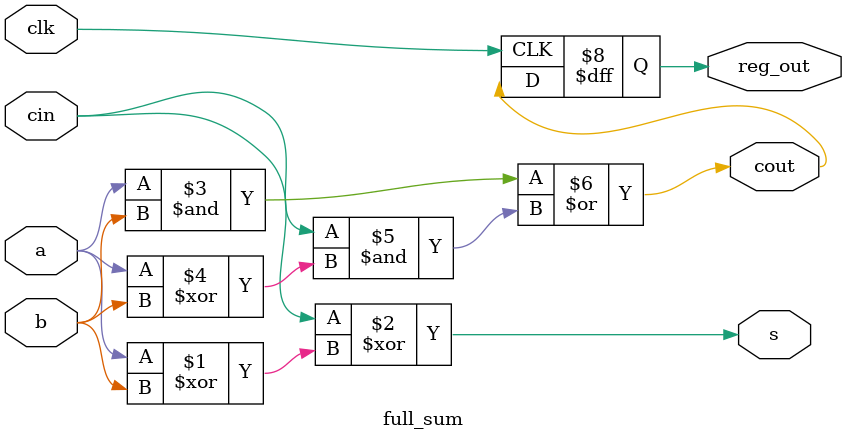
<source format=v>
module full_sum(
    input a, b, cin, clk,
    output s, cout,
    output reg reg_out
);

assign s = cin ^ (a ^ b);
assign cout = (a & b) | (cin & (a ^ b));

always @(posedge clk) begin
    reg_out <= cout;
end 
    
endmodule
</source>
